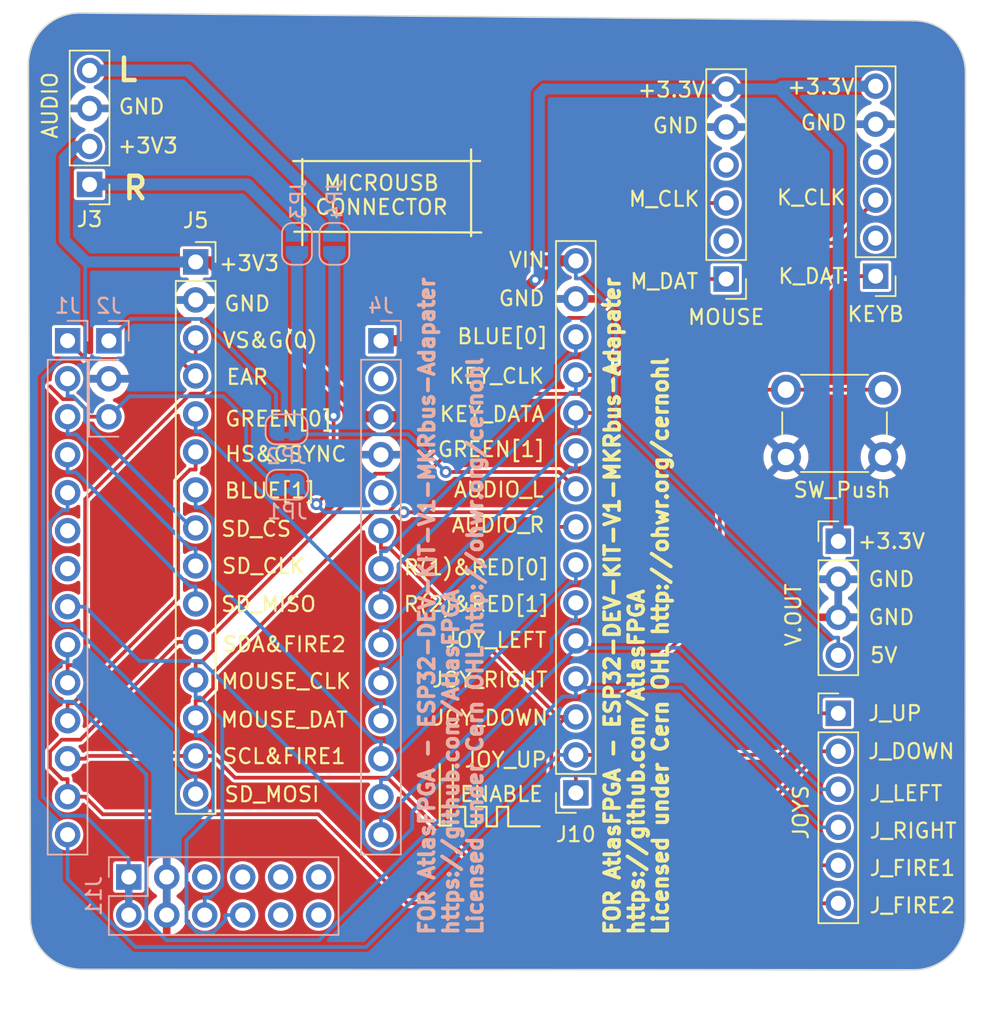
<source format=kicad_pcb>
(kicad_pcb (version 20211014) (generator pcbnew)
  (title_block (title "ATLAS RELOCATOR ESP32 DEV KIT V1 FINAL") (date "2023-06-05") (rev "FINAL") (company "The Experiment Group") (comment 1 "LICENSE OHL CERN V2 S") (comment 2 "https://ohwr.org/cern_ohl_s_v2.txt"))
  (layers (0 "F.Cu" signal) (31 "B.Cu" signal) (34 "B.Paste" user) (35 "F.Paste" user) (36 "B.SilkS" user "B.Silkscreen") (37 "F.SilkS" user "F.Silkscreen") (38 "B.Mask" user) (39 "F.Mask" user) (44 "Edge.Cuts" user))
  (net 0 "")
  (net 1 "R12_SD_CS")
  (net 2 "T13_SD_CLK")
  (net 3 "R13_SD_MISO")
  (net 4 "T14_SD_MOSI")
  (net 5 "P14_SD_DATA1")
  (net 6 "R14_SD_DATA2")
  (net 7 "T15_JOY_LEFT")
  (net 8 "N16_JOY_RIGHT")
  (net 9 "TMDSC_P")
  (net 10 "TMDSC_N")
  (net 11 "K15_JOY_FIRE1")
  (net 12 "K16_JOY_FIRE2")
  (net 13 "J14_JOY_UP")
  (net 14 "GND")
  (net 15 "+5V")
  (net 16 "VIN")
  (net 17 "+3.3V")
  (net 18 "RESET")
  (net 19 "R1_JOY_DOWN")
  (net 20 "TMDS_0_N")
  (net 21 "L2_KCLK")
  (net 22 "K2_KDAT")
  (net 23 "TMDS_1_P")
  (net 24 "TMDS_1_N")
  (net 25 "TMDS_0_P")
  (net 26 "TMDS_2_N")
  (net 27 "TMDS_2_P")
  (net 28 "MOUSE_DAT")
  (net 30 "MOUSE_CLK")
  (net 34 "Net-(J10-Pad1)")
  (net 41 "EAR")
  (net 42 "R11_RIGHT_EXTERNAL")
  (net 43 "T12_LEFT_EXTERNAL")
  (net 44 "R11_RIGHT_INTERNAL")
  (net 45 "T12_LEFT_INTERNAL")
  (net 46 "T12_LEFT_MKR")
  (net 47 "R11_RIGHT_MKR")
  (footprint "Connector_PinHeader_2.54mm:PinHeader_1x06_P2.54mm_Vertical" (layer "F.Cu") (at 189 87.16 180)
    (fp_text reference "J8")
    (fp_text value "Conn_01x06" hide)
  )
  (footprint "Connector_PinHeader_2.54mm:PinHeader_1x04_P2.54mm_Vertical" (layer "F.Cu") (at 136.43 81.03 180)
    (fp_text reference "J3")
    (fp_text value "Conn_01x04")
  )
  (footprint "Connector_PinHeader_2.54mm:PinHeader_1x06_P2.54mm_Vertical" (layer "F.Cu") (at 186.5 116.38)
    (fp_text reference "J9")
    (fp_text value "Conn_01x06" hide)
  )
  (footprint "Connector_PinSocket_2.54mm:PinSocket_1x15_P2.54mm_Vertical" (layer "F.Cu") (at 168.95 121.7 180)
    (fp_text reference "J10")
    (fp_text value "ESP32-a")
  )
  (footprint "Connector_PinSocket_2.54mm:PinSocket_1x15_P2.54mm_Vertical" (layer "F.Cu") (at 143.525 86.21)
    (fp_text reference "J5")
    (fp_text value "ESP32-b")
  )
  (footprint "Button_Switch_THT:SW_PUSH_6mm" (layer "F.Cu") (at 183 94.75)
    (fp_text reference "SW1")
    (fp_text value "SW_Push")
  )
  (footprint "Connector_PinHeader_2.54mm:PinHeader_1x04_P2.54mm_Vertical" (layer "F.Cu") (at 186.5 104.88)
    (fp_text reference "J7")
    (fp_text value "Conn_01x04" hide)
  )
  (footprint "Connector_PinHeader_2.54mm:PinHeader_1x06_P2.54mm_Vertical" (layer "F.Cu") (at 179 87.35 180)
    (fp_text reference "J6")
    (fp_text value "Conn_01x06" hide)
  )
  (footprint "Connector_PinHeader_2.54mm:PinHeader_1x14_P2.54mm_Vertical" (layer "B.Cu") (at 134.96 91.475 180)
    (fp_text reference "J1")
    (fp_text value "Conn_01x14" hide)
  )
  (footprint "Connector_PinHeader_2.54mm:PinHeader_1x14_P2.54mm_Vertical" (layer "B.Cu") (at 155.915 91.475 180)
    (fp_text reference "J4")
    (fp_text value "Conn_01x14")
  )
  (footprint "Jumper:SolderJumper-2_P1.3mm_Bridged2Bar_RoundedPad1.0x1.5mm" (layer "B.Cu") (at 149.65 101.099999)
    (fp_text reference "JP1")
    (fp_text value "SolderJumper_2_Bridged")
  )
  (footprint "Jumper:SolderJumper-2_P1.3mm_Open_RoundedPad1.0x1.5mm" (layer "B.Cu") (at 152.8 85 90)
    (fp_text reference "JP4")
    (fp_text value "SolderJumper_2_Open")
  )
  (footprint "Jumper:SolderJumper-2_P1.3mm_Bridged2Bar_RoundedPad1.0x1.5mm" (layer "B.Cu") (at 149.6 97.4)
    (fp_text reference "JP2")
    (fp_text value "SolderJumper_2_Bridged")
  )
  (footprint "Connector_PinHeader_2.54mm:PinHeader_1x03_P2.54mm_Vertical" (layer "B.Cu") (at 137.72 91.48 180)
    (fp_text reference "J2")
    (fp_text value "Conn_01x03" hide)
  )
  (footprint "Jumper:SolderJumper-2_P1.3mm_Open_RoundedPad1.0x1.5mm" (layer "B.Cu") (at 150.3 85 90)
    (fp_text reference "JP3")
    (fp_text value "SolderJumper_2_Open")
  )
  (footprint "Connector_PinHeader_2.54mm:PinHeader_2x06_P2.54mm_Vertical" (layer "B.Cu") (at 139.05 127.325 -90)
    (fp_text reference "J11")
    (fp_text value "Conn_02x06_Odd_Even")
  )
  (gr_line (start 160.6 122.635) (end 161.55 122.635) (layer "F.SilkS") (width 0.15))
  (gr_line (start 162.975 122.635) (end 162.975 123.935) (layer "F.SilkS") (width 0.15))
  (gr_line (start 164.425 123.935) (end 166.525 123.935) (layer "F.SilkS") (width 0.15))
  (gr_line (start 163.675 122.635) (end 164.425 122.635) (layer "F.SilkS") (width 0.15))
  (gr_line (start 159.85 119.785) (end 159.85 123.885) (layer "F.SilkS") (width 0.15))
  (gr_line (start 162.975 123.935) (end 163.675 123.935) (layer "F.SilkS") (width 0.15))
  (gr_line (start 163.675 123.935) (end 163.675 122.635) (layer "F.SilkS") (width 0.15))
  (gr_line (start 161.55 122.635) (end 161.55 123.685) (layer "F.SilkS") (width 0.15))
  (gr_line (start 161.55 123.685) (end 161.575 123.935) (layer "F.SilkS") (width 0.15))
  (gr_line (start 160.725 119.835) (end 160.725 122.635) (layer "F.SilkS") (width 0.15))
  (gr_line (start 159.85 123.885) (end 160.6 123.885) (layer "F.SilkS") (width 0.15))
  (gr_line (start 164.425 122.635) (end 164.425 123.935) (layer "F.SilkS") (width 0.15))
  (gr_line (start 161.575 123.935) (end 162.275 123.935) (layer "F.SilkS") (width 0.15))
  (gr_line (start 162.275 123.935) (end 162.275 122.635) (layer "F.SilkS") (width 0.15))
  (gr_line (start 162.55 79.465) (end 150.05 79.465) (layer "F.SilkS") (width 0.15))
  (gr_line (start 162.275 122.635) (end 162.975 122.635) (layer "F.SilkS") (width 0.15))
  (gr_line (start 160.6 123.885) (end 160.6 122.635) (layer "F.SilkS") (width 0.15))
  (gr_line (start 150.125 84.19) (end 162.625 84.24) (layer "F.SilkS") (width 0.15))
  (gr_line (start 161.945 84.49) (end 161.945 78.69) (layer "F.SilkS") (width 0.15))
  (gr_line (start 150.655 79.335) (end 150.655 85.085) (layer "F.SilkS") (width 0.15))
  (gr_arc (start 194.992611 130.027968) (mid 194 132.5) (end 191.542611 133.52833) (layer "Edge.Cuts") (width 0.1))
  (gr_line (start 191.542611 133.52833) (end 135.972032 133.492611) (layer "Edge.Cuts") (width 0.1))
  (gr_arc (start 135.972032 133.492611) (mid 133.5 132.5) (end 132.47167 130.042611) (layer "Edge.Cuts") (width 0.1))
  (gr_line (start 135.792611 69.56833) (end 191.5 70.085) (layer "Edge.Cuts") (width 0.1))
  (gr_line (start 195.000362 73.535) (end 194.992611 130.027968) (layer "Edge.Cuts") (width 0.1))
  (gr_line (start 132.47167 130.042611) (end 132.342611 73.068692) (layer "Edge.Cuts") (width 0.1))
  (gr_arc (start 191.5 70.085) (mid 193.972032 71.077611) (end 195.000362 73.535) (layer "Edge.Cuts") (width 0.1))
  (gr_arc (start 132.342611 73.068692) (mid 133.335222 70.59666) (end 135.792611 69.56833) (layer "Edge.Cuts") (width 0.1))
  (gr_text "FOR AtlasFPGA - ESP32-DEV-KIT-V1-MKRbus-Adapater\nhttps://github.com/AtlasFPGA\nLicensed under Cern OHL http://ohwr.org/cernohl" (at 160.6 131.3 90) (layer "B.SilkS") (effects (font (size 1 1) (thickness 0.25)) (justify left)))
  (gr_text "AUDIO_R" (at 163.75 103.785) (layer "F.SilkS") (effects (font (size 1 1))))
  (gr_text "GND\n" (at 139.91 75.83) (layer "F.SilkS") (effects (font (size 1 1))))
  (gr_text "MOUSE_CLK\n" (at 149.575 114.235) (layer "F.SilkS") (effects (font (size 1 1))))
  (gr_text "V.OUT\n" (at 183.5 109.8 90) (layer "F.SilkS") (effects (font (size 1 1))))
  (gr_text "EAR\n" (at 146.975 93.9) (layer "F.SilkS") (effects (font (size 1 1))))
  (gr_text "JOYS" (at 184 123 90) (layer "F.SilkS") (effects (font (size 1 1))))
  (gr_text "KEY_DATA\n" (at 163.35 96.385) (layer "F.SilkS") (effects (font (size 1 1))))
  (gr_text "R(1)&RED[0]" (at 162.3 106.635) (layer "F.SilkS") (effects (font (size 1 1))))
  (gr_text "KEYB" (at 189 89.7) (layer "F.SilkS") (effects (font (size 1 1))))
  (gr_text "BLUE[1]" (at 148.5 101.5) (layer "F.SilkS") (effects (font (size 1 1))))
  (gr_text "SCL&FIRE1\n\n" (at 149.45 120.06) (layer "F.SilkS") (effects (font (size 1 1))))
  (gr_text "JOY_UP" (at 164.25 119.485) (layer "F.SilkS") (effects (font (size 1 1))))
  (gr_text "L" (at 138.98 73.37) (layer "F.SilkS") (effects (font (size 1.5 1.5) (thickness 0.3))))
  (gr_text "JOY_DOWN" (at 163.25 116.685) (layer "F.SilkS") (effects (font (size 1 1))))
  (gr_text "R" (at 139.49 81.27) (layer "F.SilkS") (effects (font (size 1.5 1.5) (thickness 0.3))))
  (gr_text "SD_MISO\n" (at 148.4 109.085) (layer "F.SilkS") (effects (font (size 1 1))))
  (gr_text "AUDIO_L\n" (at 163.8 101.435) (layer "F.SilkS") (effects (font (size 1 1))))
  (gr_text "AUDIO" (at 133.78 75.74 90) (layer "F.SilkS") (effects (font (size 1 1))))
  (gr_text "FOR AtlasFPGA - ESP32-DEV-KIT-V1-MKRbus-Adapater\nhttps://github.com/AtlasFPGA\nLicensed under Cern OHL http://ohwr.org/cernohl" (at 173 131.3 -270) (layer "F.SilkS") (effects (font (size 1 1) (thickness 0.25)) (justify left)))
  (gr_text "ENABLE" (at 163.975 121.785) (layer "F.SilkS") (effects (font (size 1 1))))
  (gr_text "SDA&FIRE2" (at 149.45 111.775) (layer "F.SilkS") (effects (font (size 1 1))))
  (gr_text "KEY_CLK\n" (at 163.65 93.835) (layer "F.SilkS") (effects (font (size 1 1))))
  (gr_text "MICROUSB\nCONNECTOR\n" (at 155.95 81.74) (layer "F.SilkS") (effects (font (size 1 1))))
  (gr_text "+3V3" (at 147.1 86.3) (layer "F.SilkS") (effects (font (size 1 1))))
  (gr_text "SD_CS" (at 147.575 104.06) (layer "F.SilkS") (effects (font (size 1 1))))
  (gr_text "MOUSE_DAT" (at 149.45 116.81) (layer "F.SilkS") (effects (font (size 1 1))))
  (gr_text "GREEN[0]" (at 149.075 96.7) (layer "F.SilkS") (effects (font (size 1 1))))
  (gr_text "JOY_LEFT" (at 163.6 111.485) (layer "F.SilkS") (effects (font (size 1 1))))
  (gr_text "BLUE[0]" (at 164.05 91.185) (layer "F.SilkS") (effects (font (size 1 1))))
  (gr_text "JOY_RIGHT" (at 163.2 114.135) (layer "F.SilkS") (effects (font (size 1 1))))
  (gr_text "GND\n" (at 165.325 88.65) (layer "F.SilkS") (effects (font (size 1 1))))
  (gr_text "VS&G(0)" (at 148.5 91.45) (layer "F.SilkS") (effects (font (size 1 1))))
  (gr_text "MOUSE" (at 179 89.9) (layer "F.SilkS") (effects (font (size 1 1))))
  (gr_text "R(2)&RED[1]" (at 162.3 109.085) (layer "F.SilkS") (effects (font (size 1 1))))
  (gr_text "VIN" (at 165.675 86.075) (layer "F.SilkS") (effects (font (size 1 1))))
  (gr_text "GND\n" (at 146.975 89) (layer "F.SilkS") (effects (font (size 1 1))))
  (gr_text "+3V3" (at 140.33 78.44) (layer "F.SilkS") (effects (font (size 1 1))))
  (gr_text "SD_MOSI\n" (at 148.625 121.8) (layer "F.SilkS") (effects (font (size 1 1))))
  (gr_text "SD_CLK\n" (at 148.05 106.535) (layer "F.SilkS") (effects (font (size 1 1))))
  (gr_text "GREEN[1]" (at 163.3 98.735) (layer "F.SilkS") (effects (font (size 1 1))))
  (gr_text "HS&CSYNC\n\n" (at 149.55 99.86) (layer "F.SilkS") (effects (font (size 1 1))))
  (segment (start 143.525 103.99) (end 143.2722 103.99) (width 0.25) (layer "B.Cu") (net 1))
  (segment (start 136.1353 95.9982) (end 135.3274 95.1903) (width 0.25) (layer "B.Cu") (net 1))
  (segment (start 136.1353 96.8531) (end 136.1353 95.9982) (width 0.25) (layer "B.Cu") (net 1))
  (segment (start 135.3274 95.1903) (end 134.96 95.1903) (width 0.25) (layer "B.Cu") (net 1))
  (segment (start 134.96 94.015) (end 134.96 95.1903) (width 0.25) (layer "B.Cu") (net 1))
  (segment (start 143.2722 103.99) (end 136.1353 96.8531) (width 0.25) (layer "B.Cu") (net 1))
  (segment (start 143.525 106.53) (end 143.525 105.3547) (width 0.25) (layer "B.Cu") (net 2))
  (segment (start 135.5332 97.7303) (end 134.96 97.7303) (width 0.25) (layer "B.Cu") (net 2))
  (segment (start 143.525 105.3547) (end 143.1576 105.3547) (width 0.25) (layer "B.Cu") (net 2))
  (segment (start 134.96 96.555) (end 134.96 97.7303) (width 0.25) (layer "B.Cu") (net 2))
  (segment (start 143.1576 105.3547) (end 135.5332 97.7303) (width 0.25) (layer "B.Cu") (net 2))
  (segment (start 135.5332 100.2703) (end 134.96 100.2703) (width 0.25) (layer "B.Cu") (net 3))
  (segment (start 143.1576 107.8947) (end 135.5332 100.2703) (width 0.25) (layer "B.Cu") (net 3))
  (segment (start 143.525 109.07) (end 143.525 107.8947) (width 0.25) (layer "B.Cu") (net 3))
  (segment (start 134.96 99.095) (end 134.96 100.2703) (width 0.25) (layer "B.Cu") (net 3))
  (segment (start 143.525 107.8947) (end 143.1576 107.8947) (width 0.25) (layer "B.Cu") (net 3))
  (segment (start 134.5664 110.525) (end 133.7847 109.7433) (width 0.25) (layer "B.Cu") (net 4))
  (segment (start 143.525 121.77) (end 143.525 120.5947) (width 0.25) (layer "B.Cu") (net 4))
  (segment (start 142.3497 119.7868) (end 142.3497 117.5205) (width 0.25) (layer "B.Cu") (net 4))
  (segment (start 143.525 120.5947) (end 143.1576 120.5947) (width 0.25) (layer "B.Cu") (net 4))
  (segment (start 134.96 101.635) (end 134.96 102.8103) (width 0.25) (layer "B.Cu") (net 4))
  (segment (start 133.7847 103.6182) (end 134.5926 102.8103) (width 0.25) (layer "B.Cu") (net 4))
  (segment (start 133.7847 109.7433) (end 133.7847 103.6182) (width 0.25) (layer "B.Cu") (net 4))
  (segment (start 135.3542 110.525) (end 134.5664 110.525) (width 0.25) (layer "B.Cu") (net 4))
  (segment (start 134.5926 102.8103) (end 134.96 102.8103) (width 0.25) (layer "B.Cu") (net 4))
  (segment (start 143.1576 120.5947) (end 142.3497 119.7868) (width 0.25) (layer "B.Cu") (net 4))
  (segment (start 142.3497 117.5205) (end 135.3542 110.525) (width 0.25) (layer "B.Cu") (net 4))
  (segment (start 158.0046 124.0795) (end 156.4053 125.6788) (width 0.25) (layer "B.Cu") (net 7))
  (segment (start 154.7396 123.7004) (end 143.9192 112.88) (width 0.25) (layer "B.Cu") (net 7))
  (segment (start 168.95 112.0085) (end 175.8732 112.0085) (width 0.25) (layer "B.Cu") (net 7))
  (segment (start 168.95 111.54) (end 168.95 112.0085) (width 0.25) (layer "B.Cu") (net 7))
  (segment (start 139.7603 112.88) (end 136.1353 109.255) (width 0.25) (layer "B.Cu") (net 7))
  (segment (start 175.8732 112.0085) (end 185.3247 121.46) (width 0.25) (layer "B.Cu") (net 7))
  (segment (start 168.95 112.0085) (end 158.0046 122.9539) (width 0.25) (layer "B.Cu") (net 7))
  (segment (start 155.4176 125.6788) (end 154.7396 125.0008) (width 0.25) (layer "B.Cu") (net 7))
  (segment (start 156.4053 125.6788) (end 155.4176 125.6788) (width 0.25) (layer "B.Cu") (net 7))
  (segment (start 134.96 109.255) (end 136.1353 109.255) (width 0.25) (layer "B.Cu") (net 7))
  (segment (start 158.0046 122.9539) (end 158.0046 124.0795) (width 0.25) (layer "B.Cu") (net 7))
  (segment (start 143.9192 112.88) (end 139.7603 112.88) (width 0.25) (layer "B.Cu") (net 7))
  (segment (start 154.7396 125.0008) (end 154.7396 123.7004) (width 0.25) (layer "B.Cu") (net 7))
  (segment (start 186.5 121.46) (end 185.3247 121.46) (width 0.25) (layer "B.Cu") (net 7))
  (segment (start 151.7809 131.5482) (end 141.5685 131.5482) (width 0.25) (layer "B.Cu") (net 8))
  (segment (start 168.0738 115.2553) (end 151.7809 131.5482) (width 0.25) (layer "B.Cu") (net 8))
  (segment (start 134.5926 112.9703) (end 134.96 112.9703) (width 0.25) (layer "B.Cu") (net 8))
  (segment (start 134.96 111.795) (end 134.96 112.9703) (width 0.25) (layer "B.Cu") (net 8))
  (segment (start 168.95 114.6676) (end 168.95 115.2553) (width 0.25) (layer "B.Cu") (net 8))
  (segment (start 140.2254 120.478) (end 135.3524 115.605) (width 0.25) (layer "B.Cu") (net 8))
  (segment (start 141.5685 131.5482) (end 140.2254 130.2051) (width 0.25) (layer "B.Cu") (net 8))
  (segment (start 134.491 115.605) (end 133.7847 114.8987) (width 0.25) (layer "B.Cu") (net 8))
  (segment (start 135.3524 115.605) (end 134.491 115.605) (width 0.25) (layer "B.Cu") (net 8))
  (segment (start 168.95 114.6676) (end 175.9923 114.6676) (width 0.25) (layer "B.Cu") (net 8))
  (segment (start 168.95 115.2553) (end 168.0738 115.2553) (width 0.25) (layer "B.Cu") (net 8))
  (segment (start 133.7847 114.8987) (end 133.7847 113.7782) (width 0.25) (layer "B.Cu") (net 8))
  (segment (start 133.7847 113.7782) (end 134.5926 112.9703) (width 0.25) (layer "B.Cu") (net 8))
  (segment (start 186.5 124) (end 185.3247 124) (width 0.25) (layer "B.Cu") (net 8))
  (segment (start 140.2254 130.2051) (end 140.2254 120.478) (width 0.25) (layer "B.Cu") (net 8))
  (segment (start 175.9923 114.6676) (end 185.3247 124) (width 0.25) (layer "B.Cu") (net 8))
  (segment (start 168.95 114.08) (end 168.95 114.6676) (width 0.25) (layer "B.Cu") (net 8))
  (segment (start 143.525 92.4653) (end 143.8923 92.4653) (width 0.25) (layer "F.Cu") (net 9))
  (segment (start 144.0017 95.0158) (end 143.1882 95.0158) (width 0.25) (layer "F.Cu") (net 9))
  (segment (start 144.7263 93.2993) (end 144.7263 94.2912) (width 0.25) (layer "F.Cu") (net 9))
  (segment (start 136.1353 112.3518) (end 135.3274 113.1597) (width 0.25) (layer "F.Cu") (net 9))
  (segment (start 143.1882 95.0158) (end 136.1353 102.0687) (width 0.25) (layer "F.Cu") (net 9))
  (segment (start 135.3274 113.1597) (end 134.96 113.1597) (width 0.25) (layer "F.Cu") (net 9))
  (segment (start 143.525 91.29) (end 143.525 92.4653) (width 0.25) (layer "F.Cu") (net 9))
  (segment (start 144.7263 94.2912) (end 144.0017 95.0158) (width 0.25) (layer "F.Cu") (net 9))
  (segment (start 143.8923 92.4653) (end 144.7263 93.2993) (width 0.25) (layer "F.Cu") (net 9))
  (segment (start 136.1353 102.0687) (end 136.1353 112.3518) (width 0.25) (layer "F.Cu") (net 9))
  (segment (start 134.96 114.335) (end 134.96 113.1597) (width 0.25) (layer "F.Cu") (net 9))
  (segment (start 142.3497 108.6773) (end 135.3273 115.6997) (width 0.25) (layer "F.Cu") (net 10))
  (segment (start 134.96 116.875) (end 134.96 115.6997) (width 0.25) (layer "F.Cu") (net 10))
  (segment (start 143.525 100.0853) (end 143.1576 100.0853) (width 0.25) (layer "F.Cu") (net 10))
  (segment (start 142.3497 100.8932) (end 142.3497 108.6773) (width 0.25) (layer "F.Cu") (net 10))
  (segment (start 143.525 98.91) (end 143.525 100.0853) (width 0.25) (layer "F.Cu") (net 10))
  (segment (start 135.3273 115.6997) (end 134.96 115.6997) (width 0.25) (layer "F.Cu") (net 10))
  (segment (start 143.1576 100.0853) (end 142.3497 100.8932) (width 0.25) (layer "F.Cu") (net 10))
  (segment (start 136.1353 119.415) (end 136.3203 119.23) (width 0.25) (layer "F.Cu") (net 11))
  (segment (start 162.2068 126.54) (end 186.5 126.54) (width 0.25) (layer "F.Cu") (net 11))
  (segment (start 143.525 119.23) (end 144.7003 119.23) (width 0.25) (layer "F.Cu") (net 11))
  (segment (start 134.96 119.415) (end 136.1353 119.415) (width 0.25) (layer "F.Cu") (net 11))
  (segment (start 146.1553 120.685) (end 156.3518 120.685) (width 0.25) (layer "F.Cu") (net 11))
  (segment (start 144.7003 119.23) (end 146.1553 120.685) (width 0.25) (layer "F.Cu") (net 11))
  (segment (start 136.3203 119.23) (end 143.525 119.23) (width 0.25) (layer "F.Cu") (net 11))
  (segment (start 156.3518 120.685) (end 162.2068 126.54) (width 0.25) (layer "F.Cu") (net 11))
  (segment (start 133.7847 118.9271) (end 133.7847 119.9718) (width 0.25) (layer "F.Cu") (net 12))
  (segment (start 134.5668 118.145) (end 133.7847 118.9271) (width 0.25) (layer "F.Cu") (net 12))
  (segment (start 134.96 121.955) (end 134.96 120.7797) (width 0.25) (layer "F.Cu") (net 12))
  (segment (start 134.96 121.955) (end 136.1353 121.955) (width 0.25) (layer "F.Cu") (net 12))
  (segment (start 186.5 129.08) (end 157.67 129.08) (width 0.25) (layer "F.Cu") (net 12))
  (segment (start 157.67 129.08) (end 151.7203 123.1303) (width 0.25) (layer "F.Cu") (net 12))
  (segment (start 134.5926 120.7797) (end 134.96 120.7797) (width 0.25) (layer "F.Cu") (net 12))
  (segment (start 143.525 111.61) (end 142.3497 111.61) (width 0.25) (layer "F.Cu") (net 12))
  (segment (start 142.3497 111.61) (end 135.8147 118.145) (width 0.25) (layer "F.Cu") (net 12))
  (segment (start 135.8147 118.145) (end 134.5668 118.145) (width 0.25) (layer "F.Cu") (net 12))
  (segment (start 133.7847 119.9718) (end 134.5926 120.7797) (width 0.25) (layer "F.Cu") (net 12))
  (segment (start 151.7203 123.1303) (end 137.3106 123.1303) (width 0.25) (layer "F.Cu") (net 12))
  (segment (start 137.3106 123.1303) (end 136.1353 121.955) (width 0.25) (layer "F.Cu") (net 12))
  (segment (start 186.5 116.38) (end 185.3247 116.38) (width 0.25) (layer "F.Cu") (net 13))
  (segment (start 182.5447 119.16) (end 185.3247 116.38) (width 0.25) (layer "F.Cu") (net 13))
  (segment (start 168.95 119.16) (end 182.5447 119.16) (width 0.25) (layer "F.Cu") (net 13))
  (segment (start 134.96 124.495) (end 134.96 127.4655) (width 0.25) (layer "B.Cu") (net 13))
  (segment (start 139.493 131.9985) (end 154.9362 131.9985) (width 0.25) (layer "B.Cu") (net 13))
  (segment (start 134.96 127.4655) (end 139.493 131.9985) (width 0.25) (layer "B.Cu") (net 13))
  (segment (start 168.95 119.16) (end 167.7747 119.16) (width 0.25) (layer "B.Cu") (net 13))
  (segment (start 154.9362 131.9985) (end 167.7747 119.16) (width 0.25) (layer "B.Cu") (net 13))
  (segment (start 168.95 86.14) (end 162.4253 86.14) (width 0.75) (layer "F.Cu") (net 15))
  (segment (start 155.915 91.475) (end 157.0903 91.475) (width 0.75) (layer "F.Cu") (net 15))
  (segment (start 162.4253 86.14) (end 157.0903 91.475) (width 0.75) (layer "F.Cu") (net 15))
  (segment (start 169.3173 87.3153) (end 168.95 87.3153) (width 0.25) (layer "B.Cu") (net 15))
  (segment (start 168.95 86.14) (end 168.95 87.3153) (width 0.25) (layer "B.Cu") (net 15))
  (segment (start 171.6328 89.6308) (end 169.3173 87.3153) (width 0.25) (layer "B.Cu") (net 15))
  (segment (start 186.1327 111.3247) (end 171.6328 96.8248) (width 0.25) (layer "B.Cu") (net 15))
  (segment (start 186.5 111.3247) (end 186.1327 111.3247) (width 0.25) (layer "B.Cu") (net 15))
  (segment (start 171.6328 96.8248) (end 171.6328 89.6308) (width 0.25) (layer "B.Cu") (net 15))
  (segment (start 186.5 112.5) (end 186.5 111.3247) (width 0.25) (layer "B.Cu") (net 15))
  (segment (start 166.2353 87.41) (end 157.0903 96.555) (width 0.75) (layer "F.Cu") (net 17))
  (segment (start 144.5877 86.2904) (end 144.5877 86.21) (width 0.25) (layer "F.Cu") (net 17))
  (segment (start 154.8523 96.555) (end 144.5877 86.2904) (width 0.75) (layer "F.Cu") (net 17))
  (segment (start 155.915 96.555) (end 154.8523 96.555) (width 0.75) (layer "F.Cu") (net 17))
  (segment (start 155.915 96.555) (end 157.0903 96.555) (width 0.75) (layer "F.Cu") (net 17))
  (segment (start 143.525 86.21) (end 144.5877 86.21) (width 0.75) (layer "F.Cu") (net 17))
  (via (at 166.2353 87.41) (size 0.8) (drill 0.4) (layers "F.Cu" "B.Cu") (net 17))
  (segment (start 136.1354 86.1354) (end 136.21 86.21) (width 0.25) (layer "B.Cu") (net 17))
  (segment (start 135.9496 92.6504) (end 134.6004 92.6504) (width 0.25) (layer "B.Cu") (net 17))
  (segment (start 135.51 78.49) (end 134.75 79.25) (width 0.75) (layer "B.Cu") (net 17))
  (segment (start 182.732 74.46) (end 189 74.46) (width 0.75) (layer "B.Cu") (net 17))
  (segment (start 166.85 74.65) (end 179 74.65) (width 0.72) (layer "B.Cu") (net 17))
  (segment (start 134.75 84.75) (end 136.1354 86.1354) (width 0.75) (layer "B.Cu") (net 17))
  (segment (start 136.1354 92.4646) (end 135.9496 92.6504) (width 0.25) (layer "B.Cu") (net 17))
  (segment (start 136.43 78.49) (end 135.51 78.49) (width 0.75) (layer "B.Cu") (net 17))
  (segment (start 182.542 74.65) (end 186.5 78.608) (width 0.75) (layer "B.Cu") (net 17))
  (segment (start 182.542 74.65) (end 182.732 74.46) (width 0.75) (layer "B.Cu") (net 17))
  (segment (start 136.1253 123.225) (end 139.05 126.1497) (width 0.25) (layer "B.Cu") (net 17))
  (segment (start 134.5678 123.225) (end 136.1253 123.225) (width 0.25) (layer "B.Cu") (net 17))
  (segment (start 166.5 87.1453) (end 166.5 75) (width 0.75) (layer "B.Cu") (net 17))
  (segment (start 136.1354 86.1354) (end 136.1354 92.4646) (width 0.25) (layer "B.Cu") (net 17))
  (segment (start 179 74.65) (end 182.542 74.65) (width 0.75) (layer "B.Cu") (net 17))
  (segment (start 133.3088 93.942) (end 133.3088 121.966) (width 0.25) (layer "B.Cu") (net 17))
  (segment (start 166.5 75) (end 166.85 74.65) (width 0.75) (layer "B.Cu") (net 17))
  (segment (start 133.3088 121.966) (end 134.5678 123.225) (width 0.25) (layer "B.Cu") (net 17))
  (segment (start 186.5 78.608) (end 186.5 104.88) (width 0.75) (layer "B.Cu") (net 17))
  (segment (start 139.05 129.865) (end 139.05 127.325) (width 0.5) (layer "B.Cu") (net 17))
  (segment (start 134.6004 92.6504) (end 133.3088 93.942) (width 0.25) (layer "B.Cu") (net 17))
  (segment (start 139.05 126.1497) (end 139.05 127.325) (width 0.25) (layer "B.Cu") (net 17))
  (segment (start 136.21 86.21) (end 143.525 86.21) (width 0.75) (layer "B.Cu") (net 17))
  (segment (start 134.75 79.25) (end 134.75 84.75) (width 0.75) (layer "B.Cu") (net 17))
  (segment (start 168.3127 116.62) (end 167.7747 116.62) (width 0.25) (layer "F.Cu") (net 19))
  (segment (start 155.915 104.175) (end 155.915 105.3503) (width 0.25) (layer "F.Cu") (net 19))
  (segment (start 167.3088 117.6239) (end 167.3088 122.2312) (width 0.25) (layer "F.Cu") (net 19))
  (segment (start 186.5 118.92) (end 185.3247 118.92) (width 0.25) (layer "F.Cu") (net 19))
  (segment (start 168.3127 116.62) (end 167.3088 117.6239) (width 0.25) (layer "F.Cu") (net 19))
  (segment (start 167.953 122.8754) (end 181.3693 122.8754) (width 0.25) (layer "F.Cu") (net 19))
  (segment (start 167.3088 122.2312) (end 167.953 122.8754) (width 0.25) (layer "F.Cu") (net 19))
  (segment (start 181.3693 122.8754) (end 185.3247 118.92) (width 0.25) (layer "F.Cu") (net 19))
  (segment (start 167.7747 116.62) (end 156.505 105.3503) (width 0.25) (layer "F.Cu") (net 19))
  (segment (start 168.3624 116.62) (end 168.3127 116.62) (width 0.25) (layer "F.Cu") (net 19))
  (segment (start 168.95 116.62) (end 168.3624 116.62) (width 0.25) (layer "F.Cu") (net 19))
  (segment (start 156.505 105.3503) (end 155.915 105.3503) (width 0.25) (layer "F.Cu") (net 19))
  (segment (start 168.95 91.22) (end 168.95 92.3953) (width 0.25) (layer "B.Cu") (net 20))
  (segment (start 168.95 92.3953) (end 168.5826 92.3953) (width 0.25) (layer "B.Cu") (net 20))
  (segment (start 156.2823 105.5397) (end 155.915 105.5397) (width 0.25) (layer "B.Cu") (net 20))
  (segment (start 155.915 106.715) (end 155.915 105.5397) (width 0.25) (layer "B.Cu") (net 20))
  (segment (start 167.7747 93.2032) (end 167.7747 94.0473) (width 0.25) (layer "B.Cu") (net 20))
  (segment (start 168.5826 92.3953) (end 167.7747 93.2032) (width 0.25) (layer "B.Cu") (net 20))
  (segment (start 167.7747 94.0473) (end 156.2823 105.5397) (width 0.25) (layer "B.Cu") (net 20))
  (segment (start 186.1353 84.9447) (end 189 82.08) (width 0.25) (layer "F.Cu") (net 21))
  (segment (start 177.7107 86.1746) (end 184.5701 86.1746) (width 0.25) (layer "F.Cu") (net 21))
  (segment (start 170.1253 93.76) (end 177.7107 86.1746) (width 0.25) (layer "F.Cu") (net 21))
  (segment (start 185.8 84.9447) (end 186.1353 84.9447) (width 0.25) (layer "F.Cu") (net 21))
  (segment (start 184.5701 86.1746) (end 185.8 84.9447) (width 0.25) (layer "F.Cu") (net 21))
  (segment (start 168.95 93.76) (end 170.1253 93.76) (width 0.25) (layer "F.Cu") (net 21))
  (segment (start 168.5826 94.9353) (end 157.0903 106.4276) (width 0.25) (layer "B.Cu") (net 21))
  (segment (start 155.915 109.255) (end 155.915 108.0797) (width 0.25) (layer "B.Cu") (net 21))
  (segment (start 156.2824 108.0797) (end 155.915 108.0797) (width 0.25) (layer "B.Cu") (net 21))
  (segment (start 157.0903 107.2718) (end 156.2824 108.0797) (width 0.25) (layer "B.Cu") (net 21))
  (segment (start 168.95 94.9353) (end 168.5826 94.9353) (width 0.25) (layer "B.Cu") (net 21))
  (segment (start 157.0903 106.4276) (end 157.0903 107.2718) (width 0.25) (layer "B.Cu") (net 21))
  (segment (start 168.95 93.76) (end 168.95 94.9353) (width 0.25) (layer "B.Cu") (net 21))
  (segment (start 186.44 87.16) (end 189 87.16) (width 0.25) (layer "F.Cu") (net 22))
  (segment (start 177.3 96.3) (end 182.55 91.05) (width 0.25) (layer "F.Cu") (net 22))
  (segment (start 168.95 96.3) (end 177.3 96.3) (width 0.25) (layer "F.Cu") (net 22))
  (segment (start 182.55 91.05) (end 186.44 87.16) (width 0.25) (layer "F.Cu") (net 22))
  (segment (start 168.5826 97.4753) (end 167.5881 98.4698) (width 0.25) (layer "B.Cu") (net 22))
  (segment (start 168.95 96.3) (end 168.95 97.4753) (width 0.25) (layer "B.Cu") (net 22))
  (segment (start 167.5881 98.4698) (end 167.5881 99.314) (width 0.25) (layer "B.Cu") (net 22))
  (segment (start 168.95 97.4753) (end 168.5826 97.4753) (width 0.25) (layer "B.Cu") (net 22))
  (segment (start 155.915 111.795) (end 155.915 110.6197) (width 0.25) (layer "B.Cu") (net 22))
  (segment (start 167.5881 99.314) (end 156.2824 110.6197) (width 0.25) (layer "B.Cu") (net 22))
  (segment (start 156.2824 110.6197) (end 155.915 110.6197) (width 0.25) (layer "B.Cu") (net 22))
  (segment (start 155.915 114.335) (end 155.915 113.1597) (width 0.25) (layer "B.Cu") (net 23))
  (segment (start 156.2824 113.1597) (end 155.915 113.1597) (width 0.25) (layer "B.Cu") (net 23))
  (segment (start 168.5826 100.0153) (end 157.0903 111.5076) (width 0.25) (layer "B.Cu") (net 23))
  (segment (start 157.0903 112.3518) (end 156.2824 113.1597) (width 0.25) (layer "B.Cu") (net 23))
  (segment (start 168.95 100.0153) (end 168.5826 100.0153) (width 0.25) (layer "B.Cu") (net 23))
  (segment (start 168.95 98.84) (end 168.95 100.0153) (width 0.25) (layer "B.Cu") (net 23))
  (segment (start 157.0903 111.5076) (end 157.0903 112.3518) (width 0.25) (layer "B.Cu") (net 23))
  (segment (start 154.7397 114.8918) (end 155.5476 115.6997) (width 0.25) (layer "B.Cu") (net 24))
  (segment (start 143.525 97.5453) (end 143.8923 97.5453) (width 0.25) (layer "B.Cu") (net 24))
  (segment (start 143.8923 97.5453) (end 154.7397 108.3927) (width 0.25) (layer "B.Cu") (net 24))
  (segment (start 154.7397 108.3927) (end 154.7397 114.8918) (width 0.25) (layer "B.Cu") (net 24))
  (segment (start 143.525 96.37) (end 143.525 97.5453) (width 0.25) (layer "B.Cu") (net 24))
  (segment (start 155.915 116.875) (end 155.915 115.6997) (width 0.25) (layer "B.Cu") (net 24))
  (segment (start 155.5476 115.6997) (end 155.915 115.6997) (width 0.25) (layer "B.Cu") (net 24))
  (segment (start 144.7003 107.3923) (end 155.5477 118.2397) (width 0.25) (layer "B.Cu") (net 25))
  (segment (start 143.8924 102.6253) (end 144.7003 103.4332) (width 0.25) (layer "B.Cu") (net 25))
  (segment (start 144.7003 103.4332) (end 144.7003 107.3923) (width 0.25) (layer "B.Cu") (net 25))
  (segment (start 143.525 101.45) (end 143.525 102.6253) (width 0.25) (layer "B.Cu") (net 25))
  (segment (start 155.5477 118.2397) (end 155.915 118.2397) (width 0.25) (layer "B.Cu") (net 25))
  (segment (start 143.525 102.6253) (end 143.8924 102.6253) (width 0.25) (layer "B.Cu") (net 25))
  (segment (start 155.915 119.415) (end 155.915 118.2397) (width 0.25) (layer "B.Cu") (net 25))
  (segment (start 157.0903 119.1276) (end 157.0903 119.9718) (width 0.25) (layer "B.Cu") (net 26))
  (segment (start 168.95 106.46) (end 168.95 107.6353) (width 0.25) (layer "B.Cu") (net 26))
  (segment (start 155.915 121.955) (end 155.915 120.7797) (width 0.25) (layer "B.Cu") (net 26))
  (segment (start 156.2824 120.7797) (end 155.915 120.7797) (width 0.25) (layer "B.Cu") (net 26))
  (segment (start 157.0903 119.9718) (end 156.2824 120.7797) (width 0.25) (layer "B.Cu") (net 26))
  (segment (start 168.95 107.6353) (end 168.5826 107.6353) (width 0.25) (layer "B.Cu") (net 26))
  (segment (start 168.5826 107.6353) (end 157.0903 119.1276) (width 0.25) (layer "B.Cu") (net 26))
  (segment (start 168.95 109) (end 168.95 110.1753) (width 0.25) (layer "B.Cu") (net 27))
  (segment (start 155.915 124.495) (end 155.915 123.3197) (width 0.25) (layer "B.Cu") (net 27))
  (segment (start 167.3243 111.4336) (end 167.3243 112.2633) (width 0.25) (layer "B.Cu") (net 27))
  (segment (start 156.2679 123.3197) (end 155.915 123.3197) (width 0.25) (layer "B.Cu") (net 27))
  (segment (start 167.3243 112.2633) (end 156.2679 123.3197) (width 0.25) (layer "B.Cu") (net 27))
  (segment (start 168.5826 110.1753) (end 167.3243 111.4336) (width 0.25) (layer "B.Cu") (net 27))
  (segment (start 168.95 110.1753) (end 168.5826 110.1753) (width 0.25) (layer "B.Cu") (net 27))
  (segment (start 144.7003 114.7068) (end 143.8924 115.5147) (width 0.25) (layer "F.Cu") (net 28))
  (segment (start 170.1447 95.03) (end 164.319 95.03) (width 0.25) (layer "F.Cu") (net 28))
  (segment (start 179 87.35) (end 177.8247 87.35) (width 0.25) (layer "F.Cu") (net 28))
  (segment (start 155.4627 102.905) (end 144.7003 113.6674) (width 0.25) (layer "F.Cu") (net 28))
  (segment (start 177.8247 87.35) (end 170.1447 95.03) (width 0.25) (layer "F.Cu") (net 28))
  (segment (start 156.444 102.905) (end 155.4627 102.905) (width 0.25) (layer "F.Cu") (net 28))
  (segment (start 143.525 116.69) (end 143.525 115.5147) (width 0.25) (layer "F.Cu") (net 28))
  (segment (start 143.8924 115.5147) (end 143.525 115.5147) (width 0.25) (layer "F.Cu") (net 28))
  (segment (start 164.319 95.03) (end 156.444 102.905) (width 0.25) (layer "F.Cu") (net 28))
  (segment (start 144.7003 113.6674) (end 144.7003 114.7068) (width 0.25) (layer "F.Cu") (net 28))
  (segment (start 142.9103 124.87) (end 142.9103 130.314) (width 0.25) (layer "B.Cu") (net 28))
  (segment (start 144.6774 131.0476) (end 145.4947 130.2303) (width 0.25) (layer "B.Cu") (net 28))
  (segment (start 144.7167 123.0636) (end 142.9103 124.87) (width 0.25) (layer "B.Cu") (net 28))
  (segment (start 143.525 117.8653) (end 143.8923 117.8653) (width 0.25) (layer "B.Cu") (net 28))
  (segment (start 143.525 116.69) (end 143.525 117.8653) (width 0.25) (layer "B.Cu") (net 28))
  (segment (start 146.67 129.865) (end 145.4947 129.865) (width 0.25) (layer "B.Cu") (net 28))
  (segment (start 142.9103 130.314) (end 143.6439 131.0476) (width 0.25) (layer "B.Cu") (net 28))
  (segment (start 145.4947 130.2303) (end 145.4947 129.865) (width 0.25) (layer "B.Cu") (net 28))
  (segment (start 144.7167 118.6897) (end 144.7167 123.0636) (width 0.25) (layer "B.Cu") (net 28))
  (segment (start 143.8923 117.8653) (end 144.7167 118.6897) (width 0.25) (layer "B.Cu") (net 28))
  (segment (start 143.6439 131.0476) (end 144.6774 131.0476) (width 0.25) (layer "B.Cu") (net 28))
  (segment (start 144.7003 112.1668) (end 143.8924 112.9747) (width 0.25) (layer "F.Cu") (net 30))
  (segment (start 177.8247 82.27) (end 170.1447 89.95) (width 0.25) (layer "F.Cu") (net 30))
  (segment (start 143.8924 112.9747) (end 143.525 112.9747) (width 0.25) (layer "F.Cu") (net 30))
  (segment (start 144.7003 111.1677) (end 144.7003 112.1668) (width 0.25) (layer "F.Cu") (net 30))
  (segment (start 179 82.27) (end 177.8247 82.27) (width 0.25) (layer "F.Cu") (net 30))
  (segment (start 158.0377 100.365) (end 155.503 100.365) (width 0.25) (layer "F.Cu") (net 30))
  (segment (start 168.4527 89.95) (end 158.0377 100.365) (width 0.25) (layer "F.Cu") (net 30))
  (segment (start 155.503 100.365) (end 144.7003 111.1677) (width 0.25) (layer "F.Cu") (net 30))
  (segment (start 143.525 114.15) (end 143.525 112.9747) (width 0.25) (layer "F.Cu") (net 30))
  (segment (start 170.1447 89.95) (end 168.4527 89.95) (width 0.25) (layer "F.Cu") (net 30))
  (segment (start 143.525 115.3253) (end 143.8346 115.3253) (width 0.25) (layer "B.Cu") (net 30))
  (segment (start 143.525 114.15) (end 143.525 115.3253) (width 0.25) (layer "B.Cu") (net 30))
  (segment (start 145.3053 116.796) (end 145.3053 127.8818) (width 0.25) (layer "B.Cu") (net 30))
  (segment (start 144.13 129.865) (end 144.13 128.6897) (width 0.25) (layer "B.Cu") (net 30))
  (segment (start 144.4974 128.6897) (end 144.13 128.6897) (width 0.25) (layer "B.Cu") (net 30))
  (segment (start 145.3053 127.8818) (end 144.4974 128.6897) (width 0.25) (layer "B.Cu") (net 30))
  (segment (start 143.8346 115.3253) (end 145.3053 116.796) (width 0.25) (layer "B.Cu") (net 30))
  (segment (start 178.5754 108.734) (end 178.5754 97.9246) (width 0.25) (layer "F.Cu") (net 34))
  (segment (start 178.5754 97.9246) (end 181.75 94.75) (width 0.25) (layer "F.Cu") (net 34))
  (segment (start 167.7593 119.7013) (end 167.7593 118.6422) (width 0.25) (layer "F.Cu") (net 34))
  (segment (start 168.5827 120.5247) (end 167.7593 119.7013) (width 0.25) (layer "F.Cu") (net 34))
  (segment (start 181.75 94.75) (end 189.5 94.75) (width 0.25) (layer "F.Cu") (net 34))
  (segment (start 168.95 121.7) (end 168.95 120.5247) (width 0.25) (layer "F.Cu") (net 34))
  (segment (start 168.95 120.5247) (end 168.5827 120.5247) (width 0.25) (layer "F.Cu") (net 34))
  (segment (start 169.4193 117.8901) (end 178.5754 108.734) (width 0.25) (layer "F.Cu") (net 34))
  (segment (start 168.5114 117.8901) (end 169.4193 117.8901) (width 0.25) (layer "F.Cu") (net 34))
  (segment (start 167.7593 118.6422) (end 168.5114 117.8901) (width 0.25) (layer "F.Cu") (net 34))
  (segment (start 134.96 91.475) (end 136.185 92.7) (width 0.25) (layer "F.Cu") (net 41))
  (segment (start 142.395 92.7) (end 143.525 93.83) (width 0.25) (layer "F.Cu") (net 41))
  (segment (start 136.185 92.7) (end 142.395 92.7) (width 0.25) (layer "F.Cu") (net 41))
  (segment (start 146.98 81.03) (end 150.3 84.35) (width 0.8) (layer "B.Cu") (net 42))
  (segment (start 142.83 81.03) (end 142.85 81.05) (width 0.25) (layer "B.Cu") (net 42))
  (segment (start 136.43 81.03) (end 146.98 81.03) (width 0.8) (layer "B.Cu") (net 42))
  (segment (start 152.8 83.2) (end 152.8 84.35) (width 0.8) (layer "B.Cu") (net 43))
  (segment (start 136.43 73.41) (end 143.01 73.41) (width 0.8) (layer "B.Cu") (net 43))
  (segment (start 143.01 73.41) (end 152.8 83.2) (width 0.8) (layer "B.Cu") (net 43))
  (segment (start 168.95 103.92) (end 167.7747 103.92) (width 0.25) (layer "F.Cu") (net 44))
  (segment (start 152.75 101.25) (end 151.6 102.4) (width 0.25) (layer "F.Cu") (net 44))
  (segment (start 152.75 96.5) (end 152.75 101.25) (width 0.25) (layer "F.Cu") (net 44))
  (segment (start 166.7917 102.937) (end 167.7747 103.92) (width 0.25) (layer "F.Cu") (net 44))
  (segment (start 157.4377 102.937) (end 166.7917 102.937) (width 0.25) (layer "F.Cu") (net 44))
  (via (at 152.75 96.5) (size 0.8) (drill 0.4) (layers "F.Cu" "B.Cu") (net 44))
  (via (at 151.6 102.4) (size 0.8) (drill 0.4) (layers "F.Cu" "B.Cu") (net 44))
  (via (at 157.4377 102.937) (size 0.8) (drill 0.4) (layers "F.Cu" "B.Cu") (net 44))
  (segment (start 152.8 96.45) (end 152.75 96.5) (width 0.8) (layer "B.Cu") (net 44))
  (segment (start 151.6 102.4) (end 150.3 101.1) (width 0.25) (layer "B.Cu") (net 44))
  (segment (start 157.4377 102.937) (end 153.1116 102.937) (width 0.25) (layer "B.Cu") (net 44))
  (segment (start 152.137 102.937) (end 151.6 102.4) (width 0.25) (layer "B.Cu") (net 44))
  (segment (start 152.8 85.65) (end 152.8 96.45) (width 0.8) (layer "B.Cu") (net 44))
  (segment (start 153.1116 102.937) (end 152.137 102.937) (width 0.25) (layer "B.Cu") (net 44))
  (segment (start 167.82 100.25) (end 168.95 101.38) (width 0.25) (layer "F.Cu") (net 45))
  (segment (start 160.25 100.25) (end 167.82 100.25) (width 0.25) (layer "F.Cu") (net 45))
  (via (at 160.25 100.25) (size 0.8) (drill 0.4) (layers "F.Cu" "B.Cu") (net 45))
  (segment (start 150.3 85.65) (end 150.3 97.35) (width 0.8) (layer "B.Cu") (net 45))
  (segment (start 150.25 97.4) (end 150.58 97.73) (width 0.25) (layer "B.Cu") (net 45))
  (segment (start 150.3 97.35) (end 150.25 97.4) (width 0.25) (layer "B.Cu") (net 45))
  (segment (start 157.73 97.73) (end 160.25 100.25) (width 0.25) (layer "B.Cu") (net 45))
  (segment (start 150.58 97.73) (end 157.73 97.73) (width 0.25) (layer "B.Cu") (net 45))
  (segment (start 139.18 90.02) (end 137.75 91.45) (width 0.25) (layer "B.Cu") (net 46))
  (segment (start 148.9 95.003299) (end 148.9 97.4) (width 0.25) (layer "B.Cu") (net 46))
  (segment (start 139.18 90.02) (end 143.916701 90.02) (width 0.25) (layer "B.Cu") (net 46))
  (segment (start 143.916701 90.02) (end 148.9 95.003299) (width 0.25) (layer "B.Cu") (net 46))
  (segment (start 136.3247 96.555) (end 136.3247 96.1876) (width 0.25) (layer "F.Cu") (net 47))
  (segment (start 137.5 96.555) (end 136.3247 96.555) (width 0.25) (layer "F.Cu") (net 47))
  (segment (start 136.3247 96.1876) (end 135.5168 95.3797) (width 0.25) (layer "F.Cu") (net 47))
  (segment (start 135.5168 95.3797) (end 134.6434 95.3797) (width 0.25) (layer "F.Cu") (net 47))
  (segment (start 134.6434 95.3797) (end 133.7846 94.5209) (width 0.25) (layer "F.Cu") (net 47))
  (segment (start 148.799999 101.099999) (end 149 101.099999) (width 0.25) (layer "B.Cu") (net 47))
  (segment (start 146.9 96.7254) (end 146.9 99.2) (width 0.25) (layer "B.Cu") (net 47))
  (segment (start 145.3645 95.1899) (end 139.0901 95.1899) (width 0.25) (layer "B.Cu") (net 47))
  (segment (start 139.0901 95.1899) (end 137.75 96.53) (width 0.25) (layer "B.Cu") (net 47))
  (segment (start 146.9 99.2) (end 148.799999 101.099999) (width 0.25) (layer "B.Cu") (net 47))
  (segment (start 145.3645 95.1899) (end 146.9 96.7254) (width 0.25) (layer "B.Cu") (net 47))
  (zone (net 14) (net_name "GND") (layers F&B.Cu) (name "GND") (connect_pads (clearance 0)) (min_thickness 0.254) (fill yes (thermal_gap 0.508) (thermal_bridge_width 0.508) (smoothing fillet))
    (polygon (pts (xy 196.40313 69.206086) (xy 196.305818 134.447877) (xy 130.440054 134.191409) (xy 130.937366 68.699618)))
  )
)
</source>
